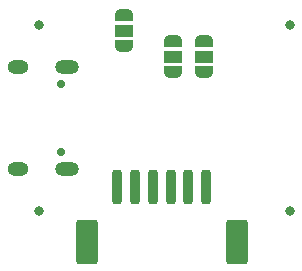
<source format=gbr>
%TF.GenerationSoftware,KiCad,Pcbnew,8.0.7*%
%TF.CreationDate,2025-01-11T23:39:27+09:00*%
%TF.ProjectId,epaper-smart-watch,65706170-6572-42d7-936d-6172742d7761,rev?*%
%TF.SameCoordinates,Original*%
%TF.FileFunction,Soldermask,Bot*%
%TF.FilePolarity,Negative*%
%FSLAX46Y46*%
G04 Gerber Fmt 4.6, Leading zero omitted, Abs format (unit mm)*
G04 Created by KiCad (PCBNEW 8.0.7) date 2025-01-11 23:39:27*
%MOMM*%
%LPD*%
G01*
G04 APERTURE LIST*
G04 Aperture macros list*
%AMRoundRect*
0 Rectangle with rounded corners*
0 $1 Rounding radius*
0 $2 $3 $4 $5 $6 $7 $8 $9 X,Y pos of 4 corners*
0 Add a 4 corners polygon primitive as box body*
4,1,4,$2,$3,$4,$5,$6,$7,$8,$9,$2,$3,0*
0 Add four circle primitives for the rounded corners*
1,1,$1+$1,$2,$3*
1,1,$1+$1,$4,$5*
1,1,$1+$1,$6,$7*
1,1,$1+$1,$8,$9*
0 Add four rect primitives between the rounded corners*
20,1,$1+$1,$2,$3,$4,$5,0*
20,1,$1+$1,$4,$5,$6,$7,0*
20,1,$1+$1,$6,$7,$8,$9,0*
20,1,$1+$1,$8,$9,$2,$3,0*%
%AMFreePoly0*
4,1,19,0.550000,-0.750000,0.000000,-0.750000,0.000000,-0.744911,-0.071157,-0.744911,-0.207708,-0.704816,-0.327430,-0.627875,-0.420627,-0.520320,-0.479746,-0.390866,-0.500000,-0.250000,-0.500000,0.250000,-0.479746,0.390866,-0.420627,0.520320,-0.327430,0.627875,-0.207708,0.704816,-0.071157,0.744911,0.000000,0.744911,0.000000,0.750000,0.550000,0.750000,0.550000,-0.750000,0.550000,-0.750000,
$1*%
%AMFreePoly1*
4,1,19,0.000000,0.744911,0.071157,0.744911,0.207708,0.704816,0.327430,0.627875,0.420627,0.520320,0.479746,0.390866,0.500000,0.250000,0.500000,-0.250000,0.479746,-0.390866,0.420627,-0.520320,0.327430,-0.627875,0.207708,-0.704816,0.071157,-0.744911,0.000000,-0.744911,0.000000,-0.750000,-0.550000,-0.750000,-0.550000,0.750000,0.000000,0.750000,0.000000,0.744911,0.000000,0.744911,
$1*%
G04 Aperture macros list end*
%ADD10C,0.700000*%
%ADD11O,2.000000X1.200000*%
%ADD12O,1.800000X1.200000*%
%ADD13C,0.800000*%
%ADD14RoundRect,0.200000X0.200000X1.250000X-0.200000X1.250000X-0.200000X-1.250000X0.200000X-1.250000X0*%
%ADD15RoundRect,0.250000X0.650000X1.650000X-0.650000X1.650000X-0.650000X-1.650000X0.650000X-1.650000X0*%
%ADD16FreePoly0,90.000000*%
%ADD17R,1.500000X1.000000*%
%ADD18FreePoly1,90.000000*%
%ADD19FreePoly0,270.000000*%
%ADD20FreePoly1,270.000000*%
G04 APERTURE END LIST*
D10*
%TO.C,P1*%
X135021000Y-93110000D03*
X135021000Y-98890000D03*
D11*
X135551000Y-91680000D03*
X135551000Y-100320000D03*
D12*
X131371000Y-91680000D03*
X131371000Y-100320000D03*
%TD*%
D13*
%TO.C,SW1*%
X133200000Y-88100000D03*
%TD*%
%TO.C,SW4*%
X133200000Y-103900000D03*
%TD*%
%TO.C,SW2*%
X154400000Y-88100000D03*
%TD*%
%TO.C,SW3*%
X154400000Y-103900000D03*
%TD*%
D14*
%TO.C,SWD1*%
X147300000Y-101800000D03*
X145800000Y-101800000D03*
X144300000Y-101800000D03*
X142800000Y-101800000D03*
X141300000Y-101800000D03*
X139800000Y-101800000D03*
D15*
X149900000Y-106500000D03*
X137200000Y-106500000D03*
%TD*%
D16*
%TO.C,JP2*%
X144500000Y-92100000D03*
D17*
X144500000Y-90800000D03*
D18*
X144500000Y-89500000D03*
%TD*%
D19*
%TO.C,JP1*%
X147100000Y-89500000D03*
D17*
X147100000Y-90800000D03*
D20*
X147100000Y-92100000D03*
%TD*%
D19*
%TO.C,JP3*%
X140400000Y-87300000D03*
D17*
X140400000Y-88600000D03*
D20*
X140400000Y-89900000D03*
%TD*%
M02*

</source>
